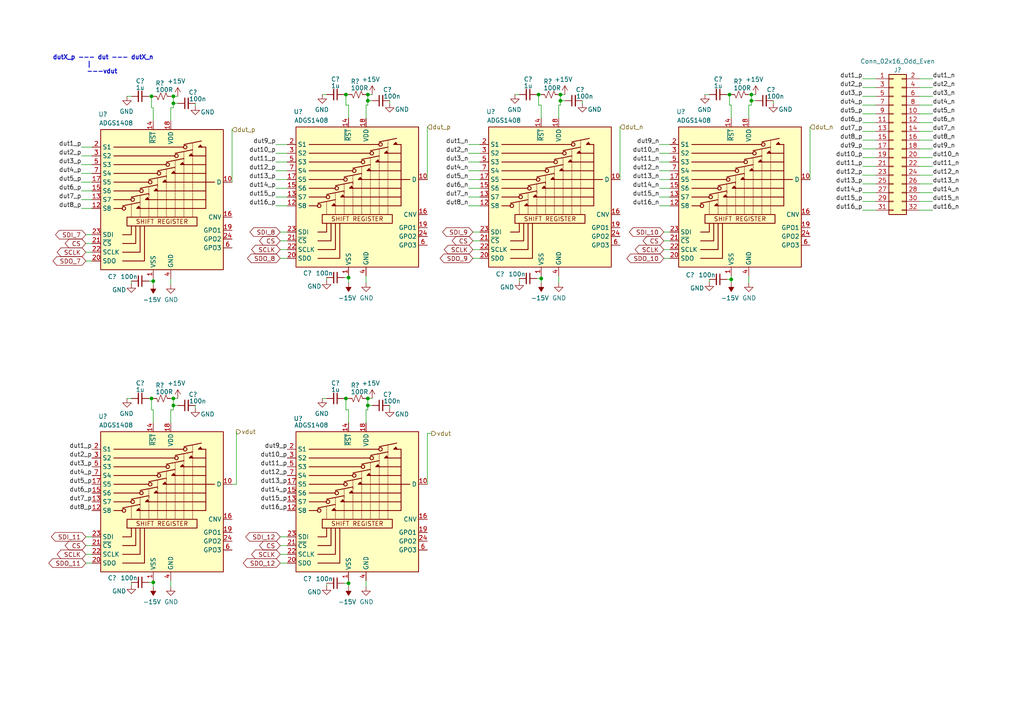
<source format=kicad_sch>
(kicad_sch (version 20211123) (generator eeschema)
  (paper "A4")
  (lib_symbols
    (symbol "Connector_Generic:Conn_02x16_Odd_Even" (pin_names (offset 1.016) hide)
      (property "Reference" "J" (at 1.27 20.32 0))
      (property "Value" "Conn_02x16_Odd_Even" (at 1.27 -22.86 0))
      (symbol "Conn_02x16_Odd_Even_1_1"
        (pin passive line (at -5.08 17.78 0) (length 3.81) (name "Pin_1") (number "1"))
        (pin passive line (at 7.62 7.62 180) (length 3.81) (name "Pin_10") (number "10"))
        (pin passive line (at -5.08 5.08 0) (length 3.81) (name "Pin_11") (number "11"))
        (pin passive line (at 7.62 5.08 180) (length 3.81) (name "Pin_12") (number "12"))
        (pin passive line (at -5.08 2.54 0) (length 3.81) (name "Pin_13") (number "13"))
        (pin passive line (at 7.62 2.54 180) (length 3.81) (name "Pin_14") (number "14"))
        (pin passive line (at -5.08 0 0) (length 3.81) (name "Pin_15") (number "15"))
        (pin passive line (at 7.62 0 180) (length 3.81) (name "Pin_16") (number "16"))
        (pin passive line (at -5.08 -2.54 0) (length 3.81) (name "Pin_17") (number "17"))
        (pin passive line (at 7.62 -2.54 180) (length 3.81) (name "Pin_18") (number "18"))
        (pin passive line (at -5.08 -5.08 0) (length 3.81) (name "Pin_19") (number "19"))
        (pin passive line (at 7.62 17.78 180) (length 3.81) (name "Pin_2") (number "2"))
        (pin passive line (at 7.62 -5.08 180) (length 3.81) (name "Pin_20") (number "20"))
        (pin passive line (at -5.08 -7.62 0) (length 3.81) (name "Pin_21") (number "21"))
        (pin passive line (at 7.62 -7.62 180) (length 3.81) (name "Pin_22") (number "22"))
        (pin passive line (at -5.08 -10.16 0) (length 3.81) (name "Pin_23") (number "23"))
        (pin passive line (at 7.62 -10.16 180) (length 3.81) (name "Pin_24") (number "24"))
        (pin passive line (at -5.08 -12.7 0) (length 3.81) (name "Pin_25") (number "25"))
        (pin passive line (at 7.62 -12.7 180) (length 3.81) (name "Pin_26") (number "26"))
        (pin passive line (at -5.08 -15.24 0) (length 3.81) (name "Pin_27") (number "27"))
        (pin passive line (at 7.62 -15.24 180) (length 3.81) (name "Pin_28") (number "28"))
        (pin passive line (at -5.08 -17.78 0) (length 3.81) (name "Pin_29") (number "29"))
        (pin passive line (at -5.08 15.24 0) (length 3.81) (name "Pin_3") (number "3"))
        (pin passive line (at 7.62 -17.78 180) (length 3.81) (name "Pin_30") (number "30"))
        (pin passive line (at -5.08 -20.32 0) (length 3.81) (name "Pin_31") (number "31"))
        (pin passive line (at 7.62 -20.32 180) (length 3.81) (name "Pin_32") (number "32"))
        (pin passive line (at 7.62 15.24 180) (length 3.81) (name "Pin_4") (number "4"))
        (pin passive line (at -5.08 12.7 0) (length 3.81) (name "Pin_5") (number "5"))
        (pin passive line (at 7.62 12.7 180) (length 3.81) (name "Pin_6") (number "6"))
        (pin passive line (at -5.08 10.16 0) (length 3.81) (name "Pin_7") (number "7"))
        (pin passive line (at 7.62 10.16 180) (length 3.81) (name "Pin_8") (number "8"))
        (pin passive line (at -5.08 7.62 0) (length 3.81) (name "Pin_9") (number "9"))
      )
    )
    (symbol "Device:C_Small" (pin_numbers hide) (pin_names (offset 0.254) hide)
      (property "Reference" "C" (at 0.254 1.778 0))
      (property "Value" "C_Small" (at 0.254 -2.032 0))
      (symbol "C_Small_1_1"
        (pin passive line (at 0 2.54 270) (length 2.032) (name "~") (number "1"))
        (pin passive line (at 0 -2.54 90) (length 2.032) (name "~") (number "2"))
      )
    )
    (symbol "Device:R_Small_US" (pin_numbers hide) (pin_names (offset 0.254) hide)
      (property "Reference" "R" (at 0.762 0.508 0))
      (property "Value" "R_Small_US" (at 0.762 -1.016 0))
      (symbol "R_Small_US_1_1"
        (pin passive line (at 0 2.54 270) (length 1.016) (name "~") (number "1"))
        (pin passive line (at 0 -2.54 90) (length 1.016) (name "~") (number "2"))
      )
    )
    (symbol "SMUTestFixture-rescue:ADGS1408-MAGI_Symbols"
      (property "Reference" "U" (at -13.97 21.59 0))
      (property "Value" "ADGS1408-MAGI_Symbols" (at 11.43 21.59 0))
      (symbol "ADGS1408-MAGI_Symbols_1_1"
        (text "SHIFT REGISTER" (at 0 -6.35 0) (effects (font (size 1.27 1.27))))
        (pin power_in line (at -2.54 -22.86 90) (length 2.54) (name "VSS") (number "1"))
        (pin passive line (at 20.32 5.08 180) (length 2.54) (name "D") (number "10"))
        (pin passive line (at -20.32 -2.54 0) (length 2.54) (name "S8") (number "12"))
        (pin passive line (at -20.32 0 0) (length 2.54) (name "S7") (number "13"))
        (pin power_in line (at -2.54 22.86 270) (length 2.54) (name "~{RST}") (number "14"))
        (pin passive line (at -20.32 2.54 0) (length 2.54) (name "S6") (number "15"))
        (pin input line (at 20.32 -5.08 180) (length 2.54) (name "CNV") (number "16"))
        (pin passive line (at -20.32 5.08 0) (length 2.54) (name "S5") (number "17"))
        (pin power_in line (at 2.54 22.86 270) (length 2.54) (name "VDD") (number "18"))
        (pin output line (at 20.32 -8.89 180) (length 2.54) (name "GPO1") (number "19"))
        (pin passive line (at -20.32 15.24 0) (length 2.54) (name "S1") (number "2"))
        (pin open_collector line (at -20.32 -17.78 0) (length 2.54) (name "SDO") (number "20"))
        (pin input line (at -20.32 -12.7 0) (length 2.54) (name "~{CS}") (number "21"))
        (pin input line (at -20.32 -15.24 0) (length 2.54) (name "SCLK") (number "22"))
        (pin input line (at -20.32 -10.16 0) (length 2.54) (name "SDI") (number "23"))
        (pin output line (at 20.32 -11.43 180) (length 2.54) (name "GPO2") (number "24"))
        (pin power_in line (at -2.54 -22.86 90) (length 2.54) hide (name "VSS") (number "25"))
        (pin passive line (at -20.32 12.7 0) (length 2.54) (name "S2") (number "3"))
        (pin power_in line (at 2.54 -22.86 90) (length 2.54) (name "GND") (number "4"))
        (pin passive line (at -20.32 10.16 0) (length 2.54) (name "S3") (number "5"))
        (pin output line (at 20.32 -13.97 180) (length 2.54) (name "GPO3") (number "6"))
        (pin passive line (at -20.32 7.62 0) (length 2.54) (name "S4") (number "7"))
      )
    )
    (symbol "power:+15V" (power) (pin_names (offset 0))
      (property "Value" "+15V" (at 0 3.556 0))
      (symbol "+15V_1_1"
        (pin power_in line (at 0 0 90) (length 0) hide (name "+15V") (number "1"))
      )
    )
    (symbol "power:-15V" (power) (pin_names (offset 0))
      (property "Value" "-15V" (at 0 3.81 0))
      (symbol "-15V_0_0"
        (pin power_in line (at 0 0 90) (length 0) hide (name "-15V") (number "1"))
      )
    )
    (symbol "power:GND" (power) (pin_names (offset 0))
      (property "Value" "GND" (at 0 -3.81 0))
      (symbol "GND_1_1"
        (pin power_in line (at 0 0 270) (length 0) hide (name "GND") (number "1"))
      )
    )
  )
  (junction (at 217.932 29.21))
  (junction (at 156.21 27.432))
  (junction (at 100.33 27.432))
  (junction (at 217.932 27.432))
  (junction (at 162.56 27.432))
  (junction (at 43.942 27.94))
  (junction (at 43.942 115.57))
  (junction (at 106.68 27.432))
  (junction (at 44.45 168.91))
  (junction (at 212.09 81.026))
  (junction (at 106.68 115.57))
  (junction (at 211.582 27.432))
  (junction (at 50.292 117.602))
  (junction (at 50.292 29.972))
  (junction (at 106.68 29.21))
  (junction (at 100.33 115.57))
  (junction (at 162.56 29.21))
  (junction (at 101.092 169.164))
  (junction (at 50.292 115.57))
  (junction (at 44.45 81.534))
  (junction (at 106.68 117.602))
  (junction (at 101.092 80.518))
  (junction (at 50.292 27.94))
  (junction (at 156.972 80.772))
  (wire (pts (xy 106.68 27.432) (xy 107.95 27.432)))
  (wire (pts (xy 217.932 27.432) (xy 217.932 29.21)))
  (wire (pts (xy 99.822 115.57) (xy 100.33 115.57)))
  (wire (pts (xy 101.092 118.872) (xy 101.092 122.682)))
  (wire (pts (xy 139.192 57.15) (xy 135.89 57.15)))
  (wire (pts (xy 155.702 80.772) (xy 156.972 80.772)))
  (wire (pts (xy 83.312 46.99) (xy 80.01 46.99)))
  (wire (pts (xy 192.532 67.31) (xy 194.31 67.31)))
  (wire (pts (xy 254 30.48) (xy 250.19 30.48)))
  (wire (pts (xy 266.7 48.26) (xy 270.51 48.26)))
  (wire (pts (xy 139.192 59.69) (xy 135.89 59.69)))
  (wire (pts (xy 43.942 27.94) (xy 44.45 27.94)))
  (wire (pts (xy 123.952 52.07) (xy 123.952 36.83)))
  (wire (pts (xy 250.19 43.18) (xy 254 43.18)))
  (wire (pts (xy 270.51 43.18) (xy 266.7 43.18)))
  (wire (pts (xy 24.892 158.242) (xy 26.67 158.242)))
  (wire (pts (xy 266.7 25.4) (xy 270.51 25.4)))
  (wire (pts (xy 101.092 169.164) (xy 101.092 168.402)))
  (wire (pts (xy 36.83 115.57) (xy 38.1 115.57)))
  (wire (pts (xy 266.7 27.94) (xy 270.51 27.94)))
  (wire (pts (xy 81.28 160.782) (xy 83.312 160.782)))
  (wire (pts (xy 38.1 81.534) (xy 38.1 82.296)))
  (wire (pts (xy 43.942 27.94) (xy 43.942 31.242)))
  (wire (pts (xy 24.892 163.322) (xy 26.67 163.322)))
  (wire (pts (xy 56.642 29.972) (xy 56.642 30.734)))
  (wire (pts (xy 204.47 27.432) (xy 205.74 27.432)))
  (wire (pts (xy 24.892 160.782) (xy 26.67 160.782)))
  (wire (pts (xy 254 50.8) (xy 250.19 50.8)))
  (wire (pts (xy 168.91 29.21) (xy 168.91 29.972)))
  (wire (pts (xy 67.31 52.832) (xy 67.31 37.592)))
  (wire (pts (xy 217.932 27.432) (xy 217.17 27.432)))
  (wire (pts (xy 139.192 54.61) (xy 135.89 54.61)))
  (wire (pts (xy 217.17 30.48) (xy 217.17 34.29)))
  (wire (pts (xy 100.33 115.57) (xy 101.092 115.57)))
  (wire (pts (xy 26.67 45.212) (xy 23.622 45.212)))
  (wire (pts (xy 43.942 115.57) (xy 43.942 118.872)))
  (wire (pts (xy 254 25.4) (xy 250.19 25.4)))
  (wire (pts (xy 68.58 140.462) (xy 67.31 140.462)))
  (wire (pts (xy 212.09 82.042) (xy 212.09 81.026)))
  (wire (pts (xy 24.892 73.152) (xy 26.67 73.152)))
  (wire (pts (xy 270.51 45.72) (xy 266.7 45.72)))
  (wire (pts (xy 49.53 82.55) (xy 49.53 80.772)))
  (wire (pts (xy 50.292 31.242) (xy 49.53 31.242)))
  (wire (pts (xy 43.942 115.57) (xy 44.45 115.57)))
  (wire (pts (xy 68.58 125.222) (xy 68.58 140.462)))
  (wire (pts (xy 26.67 42.672) (xy 23.622 42.672)))
  (wire (pts (xy 26.67 55.372) (xy 23.622 55.372)))
  (wire (pts (xy 250.19 55.88) (xy 254 55.88)))
  (wire (pts (xy 100.33 30.48) (xy 101.092 30.48)))
  (wire (pts (xy 24.892 70.612) (xy 26.67 70.612)))
  (wire (pts (xy 155.702 27.432) (xy 156.21 27.432)))
  (wire (pts (xy 106.68 117.602) (xy 106.68 118.872)))
  (wire (pts (xy 137.16 69.85) (xy 139.192 69.85)))
  (wire (pts (xy 43.18 81.534) (xy 44.45 81.534)))
  (wire (pts (xy 106.172 82.042) (xy 106.172 80.01)))
  (wire (pts (xy 254 22.86) (xy 250.19 22.86)))
  (wire (pts (xy 83.312 59.69) (xy 80.01 59.69)))
  (wire (pts (xy 44.45 170.18) (xy 44.45 168.91)))
  (wire (pts (xy 266.7 30.48) (xy 270.51 30.48)))
  (wire (pts (xy 234.95 52.07) (xy 234.95 36.83)))
  (wire (pts (xy 139.192 49.53) (xy 135.89 49.53)))
  (wire (pts (xy 194.31 57.15) (xy 191.262 57.15)))
  (wire (pts (xy 106.172 118.872) (xy 106.172 122.682)))
  (wire (pts (xy 266.7 33.02) (xy 270.51 33.02)))
  (wire (pts (xy 139.192 52.07) (xy 135.89 52.07)))
  (wire (pts (xy 224.282 29.21) (xy 224.282 29.972)))
  (wire (pts (xy 162.56 29.21) (xy 162.56 30.48)))
  (wire (pts (xy 250.19 35.56) (xy 254 35.56)))
  (wire (pts (xy 83.312 54.61) (xy 80.01 54.61)))
  (wire (pts (xy 217.17 82.042) (xy 217.17 80.01)))
  (wire (pts (xy 156.972 82.042) (xy 156.972 80.772)))
  (wire (pts (xy 44.45 82.55) (xy 44.45 81.534)))
  (wire (pts (xy 81.28 67.31) (xy 83.312 67.31)))
  (wire (pts (xy 106.68 115.57) (xy 107.95 115.57)))
  (wire (pts (xy 270.51 35.56) (xy 266.7 35.56)))
  (wire (pts (xy 106.68 29.21) (xy 106.68 30.48)))
  (wire (pts (xy 254 33.02) (xy 250.19 33.02)))
  (wire (pts (xy 217.932 30.48) (xy 217.17 30.48)))
  (wire (pts (xy 43.18 168.91) (xy 44.45 168.91)))
  (wire (pts (xy 162.56 30.48) (xy 162.052 30.48)))
  (wire (pts (xy 156.21 30.48) (xy 156.972 30.48)))
  (wire (pts (xy 194.31 49.53) (xy 191.262 49.53)))
  (wire (pts (xy 36.83 27.94) (xy 38.1 27.94)))
  (wire (pts (xy 270.51 53.34) (xy 266.7 53.34)))
  (wire (pts (xy 99.822 169.164) (xy 101.092 169.164)))
  (wire (pts (xy 94.742 80.518) (xy 94.742 81.28)))
  (wire (pts (xy 156.21 27.432) (xy 156.21 30.48)))
  (wire (pts (xy 24.892 68.072) (xy 26.67 68.072)))
  (wire (pts (xy 149.352 27.432) (xy 150.622 27.432)))
  (wire (pts (xy 106.68 118.872) (xy 106.172 118.872)))
  (wire (pts (xy 44.45 31.242) (xy 44.45 35.052)))
  (wire (pts (xy 107.95 117.602) (xy 106.68 117.602)))
  (wire (pts (xy 43.18 27.94) (xy 43.942 27.94)))
  (wire (pts (xy 83.312 57.15) (xy 80.01 57.15)))
  (wire (pts (xy 139.192 44.45) (xy 135.89 44.45)))
  (wire (pts (xy 44.45 118.872) (xy 44.45 122.682)))
  (wire (pts (xy 219.202 29.21) (xy 217.932 29.21)))
  (wire (pts (xy 101.092 170.18) (xy 101.092 169.164)))
  (wire (pts (xy 49.53 118.872) (xy 49.53 122.682)))
  (wire (pts (xy 83.312 44.45) (xy 80.01 44.45)))
  (wire (pts (xy 81.28 163.322) (xy 83.312 163.322)))
  (wire (pts (xy 270.51 60.96) (xy 266.7 60.96)))
  (wire (pts (xy 194.31 59.69) (xy 191.262 59.69)))
  (wire (pts (xy 150.622 80.772) (xy 150.622 81.534)))
  (wire (pts (xy 211.582 27.432) (xy 211.582 30.48)))
  (wire (pts (xy 137.16 67.31) (xy 139.192 67.31)))
  (wire (pts (xy 83.312 41.91) (xy 80.01 41.91)))
  (wire (pts (xy 254 27.94) (xy 250.19 27.94)))
  (wire (pts (xy 50.292 115.57) (xy 51.562 115.57)))
  (wire (pts (xy 99.822 80.518) (xy 101.092 80.518)))
  (wire (pts (xy 43.942 31.242) (xy 44.45 31.242)))
  (wire (pts (xy 51.562 117.602) (xy 50.292 117.602)))
  (wire (pts (xy 270.51 55.88) (xy 266.7 55.88)))
  (wire (pts (xy 81.28 72.39) (xy 83.312 72.39)))
  (wire (pts (xy 50.292 115.57) (xy 49.53 115.57)))
  (wire (pts (xy 49.53 31.242) (xy 49.53 35.052)))
  (wire (pts (xy 101.092 80.518) (xy 101.092 80.01)))
  (wire (pts (xy 101.092 82.042) (xy 101.092 80.518)))
  (wire (pts (xy 266.7 22.86) (xy 270.51 22.86)))
  (wire (pts (xy 24.892 75.692) (xy 26.67 75.692)))
  (wire (pts (xy 250.19 58.42) (xy 254 58.42)))
  (wire (pts (xy 93.472 115.57) (xy 94.742 115.57)))
  (wire (pts (xy 179.832 52.07) (xy 179.832 36.83)))
  (wire (pts (xy 83.312 52.07) (xy 80.01 52.07)))
  (wire (pts (xy 212.09 81.026) (xy 212.09 80.01)))
  (wire (pts (xy 26.67 60.452) (xy 23.622 60.452)))
  (wire (pts (xy 266.7 50.8) (xy 270.51 50.8)))
  (wire (pts (xy 211.582 27.432) (xy 212.09 27.432)))
  (wire (pts (xy 156.972 30.48) (xy 156.972 34.29)))
  (wire (pts (xy 26.67 50.292) (xy 23.622 50.292)))
  (wire (pts (xy 50.292 27.94) (xy 49.53 27.94)))
  (wire (pts (xy 100.33 115.57) (xy 100.33 118.872)))
  (wire (pts (xy 137.16 74.93) (xy 139.192 74.93)))
  (wire (pts (xy 44.45 168.91) (xy 44.45 168.402)))
  (wire (pts (xy 163.83 29.21) (xy 162.56 29.21)))
  (wire (pts (xy 100.33 27.432) (xy 100.33 30.48)))
  (wire (pts (xy 99.822 27.432) (xy 100.33 27.432)))
  (wire (pts (xy 26.67 52.832) (xy 23.622 52.832)))
  (wire (pts (xy 270.51 58.42) (xy 266.7 58.42)))
  (wire (pts (xy 50.292 27.94) (xy 51.562 27.94)))
  (wire (pts (xy 26.67 47.752) (xy 23.622 47.752)))
  (wire (pts (xy 106.172 30.48) (xy 106.172 34.29)))
  (wire (pts (xy 123.952 125.73) (xy 125.222 125.73)))
  (wire (pts (xy 139.192 46.99) (xy 135.89 46.99)))
  (wire (pts (xy 81.28 155.702) (xy 83.312 155.702)))
  (wire (pts (xy 113.03 117.602) (xy 113.03 118.364)))
  (wire (pts (xy 94.742 169.164) (xy 94.742 169.926)))
  (wire (pts (xy 106.172 170.18) (xy 106.172 168.402)))
  (wire (pts (xy 24.892 155.702) (xy 26.67 155.702)))
  (wire (pts (xy 210.82 27.432) (xy 211.582 27.432)))
  (wire (pts (xy 192.532 74.93) (xy 194.31 74.93)))
  (wire (pts (xy 210.82 81.026) (xy 212.09 81.026)))
  (wire (pts (xy 81.28 69.85) (xy 83.312 69.85)))
  (wire (pts (xy 106.68 30.48) (xy 106.172 30.48)))
  (wire (pts (xy 211.582 30.48) (xy 212.09 30.48)))
  (wire (pts (xy 51.562 29.972) (xy 50.292 29.972)))
  (wire (pts (xy 101.092 30.48) (xy 101.092 34.29)))
  (wire (pts (xy 106.68 115.57) (xy 106.172 115.57)))
  (wire (pts (xy 194.31 44.45) (xy 191.262 44.45)))
  (wire (pts (xy 194.31 52.07) (xy 191.262 52.07)))
  (wire (pts (xy 93.472 27.432) (xy 94.742 27.432)))
  (wire (pts (xy 162.052 82.042) (xy 162.052 80.01)))
  (wire (pts (xy 50.292 118.872) (xy 49.53 118.872)))
  (wire (pts (xy 194.31 46.99) (xy 191.262 46.99)))
  (wire (pts (xy 137.16 72.39) (xy 139.192 72.39)))
  (wire (pts (xy 50.292 117.602) (xy 50.292 118.872)))
  (wire (pts (xy 83.312 49.53) (xy 80.01 49.53)))
  (wire (pts (xy 56.642 117.602) (xy 56.642 118.364)))
  (wire (pts (xy 38.1 168.91) (xy 38.1 169.672)))
  (wire (pts (xy 26.67 57.912) (xy 23.622 57.912)))
  (wire (pts (xy 156.972 80.772) (xy 156.972 80.01)))
  (wire (pts (xy 106.68 27.432) (xy 106.172 27.432)))
  (wire (pts (xy 123.952 140.462) (xy 123.952 125.73)))
  (wire (pts (xy 43.18 115.57) (xy 43.942 115.57)))
  (wire (pts (xy 100.33 118.872) (xy 101.092 118.872)))
  (wire (pts (xy 81.28 74.93) (xy 83.312 74.93)))
  (wire (pts (xy 139.192 41.91) (xy 135.89 41.91)))
  (wire (pts (xy 250.19 45.72) (xy 254 45.72)))
  (wire (pts (xy 107.95 29.21) (xy 106.68 29.21)))
  (wire (pts (xy 113.03 29.21) (xy 113.03 29.972)))
  (wire (pts (xy 212.09 30.48) (xy 212.09 34.29)))
  (wire (pts (xy 250.19 38.1) (xy 254 38.1)))
  (wire (pts (xy 250.19 40.64) (xy 254 40.64)))
  (wire (pts (xy 100.33 27.432) (xy 101.092 27.432)))
  (wire (pts (xy 162.052 30.48) (xy 162.052 34.29)))
  (wire (pts (xy 44.45 81.534) (xy 44.45 80.772)))
  (wire (pts (xy 270.51 38.1) (xy 266.7 38.1)))
  (wire (pts (xy 156.21 27.432) (xy 156.972 27.432)))
  (wire (pts (xy 217.932 27.432) (xy 219.202 27.432)))
  (wire (pts (xy 43.942 118.872) (xy 44.45 118.872)))
  (wire (pts (xy 192.532 72.39) (xy 194.31 72.39)))
  (wire (pts (xy 162.56 27.432) (xy 162.052 27.432)))
  (wire (pts (xy 49.53 170.18) (xy 49.53 168.402)))
  (wire (pts (xy 194.31 41.91) (xy 191.262 41.91)))
  (wire (pts (xy 270.51 40.64) (xy 266.7 40.64)))
  (wire (pts (xy 162.56 27.432) (xy 163.83 27.432)))
  (wire (pts (xy 162.56 27.432) (xy 162.56 29.21)))
  (wire (pts (xy 254 48.26) (xy 250.19 48.26)))
  (wire (pts (xy 194.31 54.61) (xy 191.262 54.61)))
  (wire (pts (xy 250.19 53.34) (xy 254 53.34)))
  (wire (pts (xy 217.932 29.21) (xy 217.932 30.48)))
  (wire (pts (xy 106.68 115.57) (xy 106.68 117.602)))
  (wire (pts (xy 81.28 158.242) (xy 83.312 158.242)))
  (wire (pts (xy 106.68 27.432) (xy 106.68 29.21)))
  (wire (pts (xy 192.532 69.85) (xy 194.31 69.85)))
  (wire (pts (xy 50.292 115.57) (xy 50.292 117.602)))
  (wire (pts (xy 50.292 27.94) (xy 50.292 29.972)))
  (wire (pts (xy 50.292 29.972) (xy 50.292 31.242)))
  (wire (pts (xy 205.74 81.026) (xy 205.74 81.788)))
  (wire (pts (xy 250.19 60.96) (xy 254 60.96)))
  (text "dutX_p --- dut --- dutX_n\n		|\n		---vdut" (at 15.24 21.59 0) (effects (font (size 1.27 1.27) (thickness 0.254) bold) (justify left bottom)))
  (label "dut9_p" (at 250.19 43.18 180))
  (label "dut8_n" (at 135.89 59.69 180))
  (label "dut11_n" (at 270.51 48.26 0))
  (label "dut14_n" (at 191.262 54.61 180))
  (label "dut1_p" (at 26.67 130.302 180))
  (label "dut1_n" (at 135.89 41.91 180))
  (label "dut5_n" (at 270.51 33.02 0))
  (label "dut8_p" (at 26.67 148.082 180))
  (label "dut13_n" (at 191.262 52.07 180))
  (label "dut12_p" (at 80.01 49.53 180))
  (label "dut3_p" (at 26.67 135.382 180))
  (label "dut2_n" (at 270.51 25.4 0))
  (label "dut3_p" (at 23.622 47.752 180))
  (label "dut4_n" (at 135.89 49.53 180))
  (label "dut1_p" (at 23.622 42.672 180))
  (label "dut15_p" (at 80.01 57.15 180))
  (label "dut5_p" (at 250.19 33.02 180))
  (label "dut13_n" (at 270.51 53.34 0))
  (label "dut10_p" (at 250.19 45.72 180))
  (label "dut2_n" (at 135.89 44.45 180))
  (label "dut9_n" (at 270.51 43.18 0))
  (label "dut2_p" (at 26.67 132.842 180))
  (label "dut6_p" (at 250.19 35.56 180))
  (label "dut9_p" (at 80.01 41.91 180))
  (label "dut4_p" (at 250.19 30.48 180))
  (label "dut6_p" (at 23.622 55.372 180))
  (label "dut4_p" (at 26.67 137.922 180))
  (label "dut7_p" (at 26.67 145.542 180))
  (label "dut3_n" (at 135.89 46.99 180))
  (label "dut8_p" (at 23.622 60.452 180))
  (label "dut15_n" (at 191.262 57.15 180))
  (label "dut5_p" (at 26.67 140.462 180))
  (label "dut6_p" (at 26.67 143.002 180))
  (label "dut12_p" (at 250.19 50.8 180))
  (label "dut6_n" (at 135.89 54.61 180))
  (label "dut2_p" (at 250.19 25.4 180))
  (label "dut15_p" (at 83.312 145.542 180))
  (label "dut15_p" (at 250.19 58.42 180))
  (label "dut3_n" (at 270.51 27.94 0))
  (label "dut4_p" (at 23.622 50.292 180))
  (label "dut14_p" (at 83.312 143.002 180))
  (label "dut13_p" (at 250.19 53.34 180))
  (label "dut14_p" (at 250.19 55.88 180))
  (label "dut5_n" (at 135.89 52.07 180))
  (label "dut8_n" (at 270.51 40.64 0))
  (label "dut1_n" (at 270.51 22.86 0))
  (label "dut7_p" (at 250.19 38.1 180))
  (label "dut16_p" (at 80.01 59.69 180))
  (label "dut12_p" (at 83.312 137.922 180))
  (label "dut10_n" (at 191.262 44.45 180))
  (label "dut16_n" (at 191.262 59.69 180))
  (label "dut9_n" (at 191.262 41.91 180))
  (label "dut16_n" (at 270.51 60.96 0))
  (label "dut7_n" (at 135.89 57.15 180))
  (label "dut9_p" (at 83.312 130.302 180))
  (label "dut4_n" (at 270.51 30.48 0))
  (label "dut5_p" (at 23.622 52.832 180))
  (label "dut16_p" (at 83.312 148.082 180))
  (label "dut13_p" (at 80.01 52.07 180))
  (label "dut6_n" (at 270.51 35.56 0))
  (label "dut10_p" (at 83.312 132.842 180))
  (label "dut7_n" (at 270.51 38.1 0))
  (label "dut11_p" (at 80.01 46.99 180))
  (label "dut3_p" (at 250.19 27.94 180))
  (label "dut14_n" (at 270.51 55.88 0))
  (label "dut10_n" (at 270.51 45.72 0))
  (label "dut11_p" (at 83.312 135.382 180))
  (label "dut8_p" (at 250.19 40.64 180))
  (label "dut14_p" (at 80.01 54.61 180))
  (label "dut7_p" (at 23.622 57.912 180))
  (label "dut13_p" (at 83.312 140.462 180))
  (label "dut11_n" (at 191.262 46.99 180))
  (label "dut16_p" (at 250.19 60.96 180))
  (label "dut11_p" (at 250.19 48.26 180))
  (label "dut15_n" (at 270.51 58.42 0))
  (label "dut10_p" (at 80.01 44.45 180))
  (label "dut12_n" (at 191.262 49.53 180))
  (label "dut2_p" (at 23.622 45.212 180))
  (label "dut12_n" (at 270.51 50.8 0))
  (label "dut1_p" (at 250.19 22.86 180))
  (global_label "SDO_7" (shape bidirectional) (at 24.892 75.692 180) (property "Intersheet References" "${INTERSHEET_REFS}" (effects hide)))
  (global_label "SDI_8" (shape bidirectional) (at 81.28 67.31 180) (property "Intersheet References" "${INTERSHEET_REFS}" (effects hide)))
  (global_label "SDI_12" (shape bidirectional) (at 81.28 155.702 180) (property "Intersheet References" "${INTERSHEET_REFS}" (effects hide)))
  (global_label "SCLK" (shape bidirectional) (at 24.892 73.152 180) (property "Intersheet References" "${INTERSHEET_REFS}" (effects hide)))
  (global_label "SDO_10" (shape bidirectional) (at 192.532 74.93 180) (property "Intersheet References" "${INTERSHEET_REFS}" (effects hide)))
  (global_label "CS" (shape bidirectional) (at 81.28 158.242 180) (property "Intersheet References" "${INTERSHEET_REFS}" (effects hide)))
  (global_label "CS" (shape bidirectional) (at 192.532 69.85 180) (property "Intersheet References" "${INTERSHEET_REFS}" (effects hide)))
  (global_label "SDI_10" (shape bidirectional) (at 192.532 67.31 180) (property "Intersheet References" "${INTERSHEET_REFS}" (effects hide)))
  (global_label "SCLK" (shape bidirectional) (at 81.28 160.782 180) (property "Intersheet References" "${INTERSHEET_REFS}" (effects hide)))
  (global_label "SDI_7" (shape bidirectional) (at 24.892 68.072 180) (property "Intersheet References" "${INTERSHEET_REFS}" (effects hide)))
  (global_label "SCLK" (shape bidirectional) (at 81.28 72.39 180) (property "Intersheet References" "${INTERSHEET_REFS}" (effects hide)))
  (global_label "SDI_9" (shape bidirectional) (at 137.16 67.31 180) (property "Intersheet References" "${INTERSHEET_REFS}" (effects hide)))
  (global_label "SCLK" (shape bidirectional) (at 192.532 72.39 180) (property "Intersheet References" "${INTERSHEET_REFS}" (effects hide)))
  (global_label "CS" (shape bidirectional) (at 81.28 69.85 180) (property "Intersheet References" "${INTERSHEET_REFS}" (effects hide)))
  (global_label "SDI_11" (shape bidirectional) (at 24.892 155.702 180) (property "Intersheet References" "${INTERSHEET_REFS}" (effects hide)))
  (global_label "CS" (shape bidirectional) (at 24.892 70.612 180) (property "Intersheet References" "${INTERSHEET_REFS}" (effects hide)))
  (global_label "CS" (shape bidirectional) (at 24.892 158.242 180) (property "Intersheet References" "${INTERSHEET_REFS}" (effects hide)))
  (global_label "SCLK" (shape bidirectional) (at 24.892 160.782 180) (property "Intersheet References" "${INTERSHEET_REFS}" (effects hide)))
  (global_label "CS" (shape bidirectional) (at 137.16 69.85 180) (property "Intersheet References" "${INTERSHEET_REFS}" (effects hide)))
  (global_label "SCLK" (shape bidirectional) (at 137.16 72.39 180) (property "Intersheet References" "${INTERSHEET_REFS}" (effects hide)))
  (global_label "SDO_12" (shape bidirectional) (at 81.28 163.322 180) (property "Intersheet References" "${INTERSHEET_REFS}" (effects hide)))
  (global_label "SDO_11" (shape bidirectional) (at 24.892 163.322 180) (property "Intersheet References" "${INTERSHEET_REFS}" (effects hide)))
  (global_label "SDO_8" (shape bidirectional) (at 81.28 74.93 180) (property "Intersheet References" "${INTERSHEET_REFS}" (effects hide)))
  (global_label "SDO_9" (shape bidirectional) (at 137.16 74.93 180) (property "Intersheet References" "${INTERSHEET_REFS}" (effects hide)))
  (hierarchical_label "dut_p" (shape input) (at 123.952 36.83 0))
  (hierarchical_label "dut_p" (shape input) (at 67.31 37.592 0))
  (hierarchical_label "vdut" (shape output) (at 125.222 125.73 0))
  (hierarchical_label "vdut" (shape output) (at 68.58 125.222 0))
  (hierarchical_label "dut_n" (shape input) (at 234.95 36.83 0))
  (hierarchical_label "dut_n" (shape input) (at 179.832 36.83 0))
  (symbol (lib_id "Connector_Generic:Conn_02x16_Odd_Even") (at 259.08 40.64 0) (unit 1)
    (property "Reference" "J?" (at 260.35 20.32 0))
    (property "Value" "Conn_02x16_Odd_Even" (at 260.35 17.78 0))
  )
  (symbol (lib_id "SMUTestFixture-rescue:ADGS1408-MAGI_Symbols") (at 46.99 57.912 0) (unit 1)
    (property "Reference" "U?" (at 29.845 33.147 0))
    (property "Value" "ADGS1408" (at 33.655 35.687 0))
    (property "Footprint" "Package_CSP:LFCSP-24-1EP_4x4mm_P0.5mm_EP2.5x2.5mm" (effects hide))
    (property "Datasheet" "https://www.analog.com/media/en/technical-documentation/data-sheets/ADGS1408-1409.pdf" (effects hide))
  )
  (symbol (lib_id "SMUTestFixture-rescue:ADGS1408-MAGI_Symbols") (at 103.632 57.15 0) (unit 1)
    (property "Reference" "U?" (at 86.487 32.385 0))
    (property "Value" "ADGS1408" (at 90.297 34.925 0))
    (property "Footprint" "Package_CSP:LFCSP-24-1EP_4x4mm_P0.5mm_EP2.5x2.5mm" (effects hide))
    (property "Datasheet" "https://www.analog.com/media/en/technical-documentation/data-sheets/ADGS1408-1409.pdf" (effects hide))
  )
  (symbol (lib_id "SMUTestFixture-rescue:ADGS1408-MAGI_Symbols") (at 159.512 57.15 0) (unit 1)
    (property "Reference" "U?" (at 142.367 32.385 0))
    (property "Value" "ADGS1408" (at 146.177 34.925 0))
    (property "Footprint" "Package_CSP:LFCSP-24-1EP_4x4mm_P0.5mm_EP2.5x2.5mm" (effects hide))
    (property "Datasheet" "https://www.analog.com/media/en/technical-documentation/data-sheets/ADGS1408-1409.pdf" (effects hide))
  )
  (symbol (lib_id "SMUTestFixture-rescue:ADGS1408-MAGI_Symbols") (at 214.63 57.15 0) (unit 1)
    (property "Reference" "U?" (at 197.485 32.385 0))
    (property "Value" "ADGS1408" (at 201.295 34.925 0))
    (property "Footprint" "Package_CSP:LFCSP-24-1EP_4x4mm_P0.5mm_EP2.5x2.5mm" (effects hide))
    (property "Datasheet" "https://www.analog.com/media/en/technical-documentation/data-sheets/ADGS1408-1409.pdf" (effects hide))
  )
  (symbol (lib_id "SMUTestFixture-rescue:ADGS1408-MAGI_Symbols") (at 46.99 145.542 0) (unit 1)
    (property "Reference" "U?" (at 29.845 120.777 0))
    (property "Value" "ADGS1408" (at 33.655 123.317 0))
    (property "Footprint" "Package_CSP:LFCSP-24-1EP_4x4mm_P0.5mm_EP2.5x2.5mm" (effects hide))
    (property "Datasheet" "https://www.analog.com/media/en/technical-documentation/data-sheets/ADGS1408-1409.pdf" (effects hide))
  )
  (symbol (lib_id "SMUTestFixture-rescue:ADGS1408-MAGI_Symbols") (at 103.632 145.542 0) (unit 1)
    (property "Reference" "U?" (at 86.487 121.412 0))
    (property "Value" "ADGS1408" (at 90.297 123.317 0))
    (property "Footprint" "Package_CSP:LFCSP-24-1EP_4x4mm_P0.5mm_EP2.5x2.5mm" (effects hide))
    (property "Datasheet" "https://www.analog.com/media/en/technical-documentation/data-sheets/ADGS1408-1409.pdf" (effects hide))
  )
  (symbol (lib_id "Device:C_Small") (at 40.64 27.94 270) (mirror x) (unit 1)
    (property "Reference" "C?" (at 39.37 23.495 90) (effects (justify left)))
    (property "Value" "1u" (at 39.37 25.4 90) (effects (justify left)))
  )
  (symbol (lib_id "power:GND") (at 36.83 27.94 0) (mirror y) (unit 1)
    (property "Reference" "#PWR?" (effects hide))
    (property "Value" "GND" (at 36.703 32.3342 0))
  )
  (symbol (lib_id "Device:R_Small_US") (at 46.99 27.94 270) (mirror x) (unit 1)
    (property "Reference" "R?" (at 45.085 24.13 90) (effects (justify left)))
    (property "Value" "100R" (at 45.085 26.035 90) (effects (justify left)))
  )
  (symbol (lib_id "power:+15V") (at 51.562 27.94 0) (mirror y) (unit 1)
    (property "Reference" "#PWR?" (effects hide))
    (property "Value" "+15V" (at 51.181 23.5458 0))
  )
  (symbol (lib_id "Device:C_Small") (at 97.282 27.432 270) (mirror x) (unit 1)
    (property "Reference" "C?" (at 96.012 22.987 90) (effects (justify left)))
    (property "Value" "1u" (at 96.012 24.892 90) (effects (justify left)))
  )
  (symbol (lib_id "power:GND") (at 93.472 27.432 0) (mirror y) (unit 1)
    (property "Reference" "#PWR?" (effects hide))
    (property "Value" "GND" (at 93.345 31.8262 0))
  )
  (symbol (lib_id "Device:R_Small_US") (at 103.632 27.432 270) (mirror x) (unit 1)
    (property "Reference" "R?" (at 101.727 23.622 90) (effects (justify left)))
    (property "Value" "100R" (at 101.727 25.527 90) (effects (justify left)))
  )
  (symbol (lib_id "power:+15V") (at 107.95 27.432 0) (mirror y) (unit 1)
    (property "Reference" "#PWR?" (effects hide))
    (property "Value" "+15V" (at 107.569 23.0378 0))
  )
  (symbol (lib_id "Device:C_Small") (at 153.162 27.432 270) (mirror x) (unit 1)
    (property "Reference" "C?" (at 151.892 22.987 90) (effects (justify left)))
    (property "Value" "1u" (at 151.892 24.892 90) (effects (justify left)))
  )
  (symbol (lib_id "power:GND") (at 149.352 27.432 0) (mirror y) (unit 1)
    (property "Reference" "#PWR?" (effects hide))
    (property "Value" "GND" (at 149.225 31.8262 0))
  )
  (symbol (lib_id "Device:R_Small_US") (at 159.512 27.432 270) (mirror x) (unit 1)
    (property "Reference" "R?" (at 157.607 23.622 90) (effects (justify left)))
    (property "Value" "100R" (at 157.607 25.527 90) (effects (justify left)))
  )
  (symbol (lib_id "power:+15V") (at 163.83 27.432 0) (mirror y) (unit 1)
    (property "Reference" "#PWR?" (effects hide))
    (property "Value" "+15V" (at 163.449 23.0378 0))
  )
  (symbol (lib_id "Device:C_Small") (at 208.28 27.432 270) (mirror x) (unit 1)
    (property "Reference" "C?" (at 207.01 22.987 90) (effects (justify left)))
    (property "Value" "1u" (at 207.01 24.892 90) (effects (justify left)))
  )
  (symbol (lib_id "power:GND") (at 204.47 27.432 0) (mirror y) (unit 1)
    (property "Reference" "#PWR?" (effects hide))
    (property "Value" "GND" (at 204.343 31.8262 0))
  )
  (symbol (lib_id "Device:R_Small_US") (at 214.63 27.432 270) (mirror x) (unit 1)
    (property "Reference" "R?" (at 212.725 23.622 90) (effects (justify left)))
    (property "Value" "100R" (at 212.725 25.527 90) (effects (justify left)))
  )
  (symbol (lib_id "power:+15V") (at 219.202 27.432 0) (mirror y) (unit 1)
    (property "Reference" "#PWR?" (effects hide))
    (property "Value" "+15V" (at 218.821 23.0378 0))
  )
  (symbol (lib_id "Device:C_Small") (at 40.64 115.57 270) (mirror x) (unit 1)
    (property "Reference" "C?" (at 39.37 111.125 90) (effects (justify left)))
    (property "Value" "1u" (at 39.37 113.03 90) (effects (justify left)))
  )
  (symbol (lib_id "power:GND") (at 36.83 115.57 0) (mirror y) (unit 1)
    (property "Reference" "#PWR?" (effects hide))
    (property "Value" "GND" (at 36.703 119.9642 0))
  )
  (symbol (lib_id "Device:R_Small_US") (at 46.99 115.57 270) (mirror x) (unit 1)
    (property "Reference" "R?" (at 45.085 111.76 90) (effects (justify left)))
    (property "Value" "100R" (at 45.085 113.665 90) (effects (justify left)))
  )
  (symbol (lib_id "power:+15V") (at 51.562 115.57 0) (mirror y) (unit 1)
    (property "Reference" "#PWR?" (effects hide))
    (property "Value" "+15V" (at 51.181 111.1758 0))
  )
  (symbol (lib_id "Device:C_Small") (at 97.282 115.57 270) (mirror x) (unit 1)
    (property "Reference" "C?" (at 96.012 111.125 90) (effects (justify left)))
    (property "Value" "1u" (at 96.012 113.03 90) (effects (justify left)))
  )
  (symbol (lib_id "power:GND") (at 93.472 115.57 0) (mirror y) (unit 1)
    (property "Reference" "#PWR?" (effects hide))
    (property "Value" "GND" (at 93.345 119.9642 0))
  )
  (symbol (lib_id "Device:R_Small_US") (at 103.632 115.57 270) (mirror x) (unit 1)
    (property "Reference" "R?" (at 101.727 111.76 90) (effects (justify left)))
    (property "Value" "100R" (at 101.727 113.665 90) (effects (justify left)))
  )
  (symbol (lib_id "power:+15V") (at 107.95 115.57 0) (mirror y) (unit 1)
    (property "Reference" "#PWR?" (effects hide))
    (property "Value" "+15V" (at 107.569 111.1758 0))
  )
  (symbol (lib_id "power:GND") (at 49.53 82.55 0) (unit 1)
    (property "Reference" "#PWR?" (effects hide))
    (property "Value" "GND" (at 49.657 86.9442 0))
  )
  (symbol (lib_id "power:-15V") (at 44.45 82.55 180) (unit 1)
    (property "Reference" "#PWR?" (effects hide))
    (property "Value" "-15V" (at 44.069 86.9442 0))
  )
  (symbol (lib_id "power:GND") (at 106.172 82.042 0) (unit 1)
    (property "Reference" "#PWR?" (effects hide))
    (property "Value" "GND" (at 106.299 86.4362 0))
  )
  (symbol (lib_id "power:-15V") (at 101.092 82.042 180) (unit 1)
    (property "Reference" "#PWR?" (effects hide))
    (property "Value" "-15V" (at 100.711 86.4362 0))
  )
  (symbol (lib_id "power:GND") (at 162.052 82.042 0) (unit 1)
    (property "Reference" "#PWR?" (effects hide))
    (property "Value" "GND" (at 162.179 86.4362 0))
  )
  (symbol (lib_id "power:-15V") (at 156.972 82.042 180) (unit 1)
    (property "Reference" "#PWR?" (effects hide))
    (property "Value" "-15V" (at 156.591 86.4362 0))
  )
  (symbol (lib_id "power:GND") (at 217.17 82.042 0) (unit 1)
    (property "Reference" "#PWR?" (effects hide))
    (property "Value" "GND" (at 217.297 86.4362 0))
  )
  (symbol (lib_id "power:-15V") (at 212.09 82.042 180) (unit 1)
    (property "Reference" "#PWR?" (effects hide))
    (property "Value" "-15V" (at 211.709 86.4362 0))
  )
  (symbol (lib_id "power:GND") (at 49.53 170.18 0) (unit 1)
    (property "Reference" "#PWR?" (effects hide))
    (property "Value" "GND" (at 49.657 174.5742 0))
  )
  (symbol (lib_id "power:-15V") (at 44.45 170.18 180) (unit 1)
    (property "Reference" "#PWR?" (effects hide))
    (property "Value" "-15V" (at 44.069 174.5742 0))
  )
  (symbol (lib_id "power:GND") (at 106.172 170.18 0) (unit 1)
    (property "Reference" "#PWR?" (effects hide))
    (property "Value" "GND" (at 106.299 174.5742 0))
  )
  (symbol (lib_id "power:-15V") (at 101.092 170.18 180) (unit 1)
    (property "Reference" "#PWR?" (effects hide))
    (property "Value" "-15V" (at 100.711 174.5742 0))
  )
  (symbol (lib_id "power:GND") (at 38.1 169.672 0) (mirror y) (unit 1)
    (property "Reference" "#PWR?" (effects hide))
    (property "Value" "GND" (at 34.544 171.45 0))
  )
  (symbol (lib_id "power:GND") (at 94.742 169.926 0) (mirror y) (unit 1)
    (property "Reference" "#PWR?" (effects hide))
    (property "Value" "GND" (at 91.186 171.704 0))
  )
  (symbol (lib_id "Device:C_Small") (at 54.102 117.602 90) (unit 1)
    (property "Reference" "C?" (at 57.277 114.427 90) (effects (justify left)))
    (property "Value" "100n" (at 59.817 116.332 90) (effects (justify left)))
    (property "Footprint" "Capacitor_SMD:C_0805_2012Metric_Pad1.18x1.45mm_HandSolder" (effects hide))
  )
  (symbol (lib_id "power:GND") (at 56.642 30.734 0) (unit 1)
    (property "Reference" "#PWR?" (effects hide))
    (property "Value" "GND" (at 60.198 32.512 0))
  )
  (symbol (lib_id "power:GND") (at 38.1 82.296 0) (mirror y) (unit 1)
    (property "Reference" "#PWR?" (effects hide))
    (property "Value" "GND" (at 34.544 84.074 0))
  )
  (symbol (lib_id "Device:C_Small") (at 110.49 117.602 90) (unit 1)
    (property "Reference" "C?" (at 113.665 114.427 90) (effects (justify left)))
    (property "Value" "100n" (at 116.205 116.332 90) (effects (justify left)))
    (property "Footprint" "Capacitor_SMD:C_0805_2012Metric_Pad1.18x1.45mm_HandSolder" (effects hide))
  )
  (symbol (lib_id "Device:C_Small") (at 40.64 81.534 270) (mirror x) (unit 1)
    (property "Reference" "C?" (at 31.242 80.264 90) (effects (justify left)))
    (property "Value" "100n" (at 34.925 80.264 90) (effects (justify left)))
    (property "Footprint" "Capacitor_SMD:C_0805_2012Metric_Pad1.18x1.45mm_HandSolder" (effects hide))
  )
  (symbol (lib_id "power:GND") (at 205.74 81.788 0) (mirror y) (unit 1)
    (property "Reference" "#PWR?" (effects hide))
    (property "Value" "GND" (at 202.184 83.566 0))
  )
  (symbol (lib_id "power:GND") (at 168.91 29.972 0) (unit 1)
    (property "Reference" "#PWR?" (effects hide))
    (property "Value" "GND" (at 172.466 31.75 0))
  )
  (symbol (lib_id "Device:C_Small") (at 97.282 169.164 270) (mirror x) (unit 1)
    (property "Reference" "C?" (at 87.884 167.894 90) (effects (justify left)))
    (property "Value" "100n" (at 91.567 167.894 90) (effects (justify left)))
    (property "Footprint" "Capacitor_SMD:C_0805_2012Metric_Pad1.18x1.45mm_HandSolder" (effects hide))
  )
  (symbol (lib_id "power:GND") (at 113.03 29.972 0) (unit 1)
    (property "Reference" "#PWR?" (effects hide))
    (property "Value" "GND" (at 116.586 31.75 0))
  )
  (symbol (lib_id "power:GND") (at 94.742 81.28 0) (mirror y) (unit 1)
    (property "Reference" "#PWR?" (effects hide))
    (property "Value" "GND" (at 91.186 83.058 0))
  )
  (symbol (lib_id "Device:C_Small") (at 40.64 168.91 270) (mirror x) (unit 1)
    (property "Reference" "C?" (at 31.242 167.64 90) (effects (justify left)))
    (property "Value" "100n" (at 34.925 167.64 90) (effects (justify left)))
    (property "Footprint" "Capacitor_SMD:C_0805_2012Metric_Pad1.18x1.45mm_HandSolder" (effects hide))
  )
  (symbol (lib_id "power:GND") (at 224.282 29.972 0) (unit 1)
    (property "Reference" "#PWR?" (effects hide))
    (property "Value" "GND" (at 227.838 31.75 0))
  )
  (symbol (lib_id "Device:C_Small") (at 153.162 80.772 270) (mirror x) (unit 1)
    (property "Reference" "C?" (at 143.764 79.502 90) (effects (justify left)))
    (property "Value" "100n" (at 147.447 79.502 90) (effects (justify left)))
    (property "Footprint" "Capacitor_SMD:C_0805_2012Metric_Pad1.18x1.45mm_HandSolder" (effects hide))
  )
  (symbol (lib_id "Device:C_Small") (at 54.102 29.972 90) (unit 1)
    (property "Reference" "C?" (at 57.277 26.797 90) (effects (justify left)))
    (property "Value" "100n" (at 59.817 28.702 90) (effects (justify left)))
    (property "Footprint" "Capacitor_SMD:C_0805_2012Metric_Pad1.18x1.45mm_HandSolder" (effects hide))
  )
  (symbol (lib_id "power:GND") (at 113.03 118.364 0) (unit 1)
    (property "Reference" "#PWR?" (effects hide))
    (property "Value" "GND" (at 116.586 120.142 0))
  )
  (symbol (lib_id "Device:C_Small") (at 110.49 29.21 90) (unit 1)
    (property "Reference" "C?" (at 113.665 26.035 90) (effects (justify left)))
    (property "Value" "100n" (at 116.205 27.94 90) (effects (justify left)))
    (property "Footprint" "Capacitor_SMD:C_0805_2012Metric_Pad1.18x1.45mm_HandSolder" (effects hide))
  )
  (symbol (lib_id "Device:C_Small") (at 166.37 29.21 90) (unit 1)
    (property "Reference" "C?" (at 169.545 26.035 90) (effects (justify left)))
    (property "Value" "100n" (at 172.085 27.94 90) (effects (justify left)))
    (property "Footprint" "Capacitor_SMD:C_0805_2012Metric_Pad1.18x1.45mm_HandSolder" (effects hide))
  )
  (symbol (lib_id "Device:C_Small") (at 221.742 29.21 90) (unit 1)
    (property "Reference" "C?" (at 224.917 26.035 90) (effects (justify left)))
    (property "Value" "100n" (at 227.457 27.94 90) (effects (justify left)))
    (property "Footprint" "Capacitor_SMD:C_0805_2012Metric_Pad1.18x1.45mm_HandSolder" (effects hide))
  )
  (symbol (lib_id "power:GND") (at 56.642 118.364 0) (unit 1)
    (property "Reference" "#PWR?" (effects hide))
    (property "Value" "GND" (at 60.198 120.142 0))
  )
  (symbol (lib_id "power:GND") (at 150.622 81.534 0) (mirror y) (unit 1)
    (property "Reference" "#PWR?" (effects hide))
    (property "Value" "GND" (at 147.066 83.312 0))
  )
  (symbol (lib_id "Device:C_Small") (at 97.282 80.518 270) (mirror x) (unit 1)
    (property "Reference" "C?" (at 87.884 79.248 90) (effects (justify left)))
    (property "Value" "100n" (at 91.567 79.248 90) (effects (justify left)))
    (property "Footprint" "Capacitor_SMD:C_0805_2012Metric_Pad1.18x1.45mm_HandSolder" (effects hide))
  )
  (symbol (lib_id "Device:C_Small") (at 208.28 81.026 270) (mirror x) (unit 1)
    (property "Reference" "C?" (at 198.882 79.756 90) (effects (justify left)))
    (property "Value" "100n" (at 202.565 79.756 90) (effects (justify left)))
    (property "Footprint" "Capacitor_SMD:C_0805_2012Metric_Pad1.18x1.45mm_HandSolder" (effects hide))
  )
)
</source>
